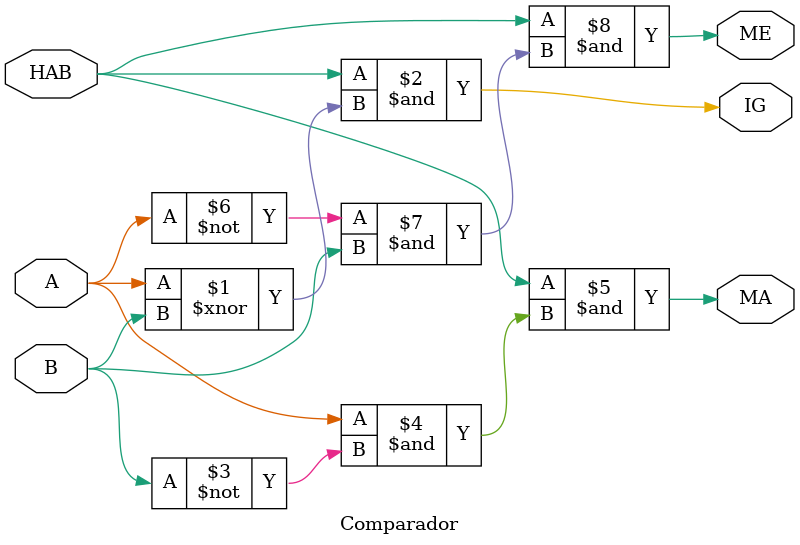
<source format=v>

	/*
	*
	* Nomes: Gabriel Augusto | Gabriel Araujo
	* Data: 24/08/2023
	*
	*--------------------------------------------------*
	*
	* Projeto para comprar duas entradas A e B
	*/
	
	module Comparador (HAB, A, B, IG, MA, ME);
	input HAB, A,B;
	output IG, MA, ME;
	
	assign IG = HAB & (A ~^ B);
	assign MA = HAB & (A & ~B);
	assign ME = HAB & (~A & B);
	
	
	endmodule
	
</source>
